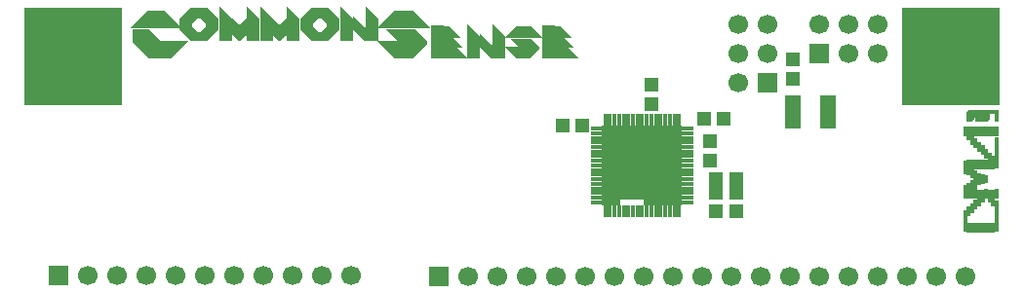
<source format=gbr>
G04 DipTrace 3.0.0.2*
G04 TopMask.gbr*
%MOIN*%
G04 #@! TF.FileFunction,Soldermask,Top*
G04 #@! TF.Part,Single*
%AMOUTLINE1*
4,1,13,
-0.072063,-0.129937,
-0.072063,-0.136717,
-0.136717,-0.136717,
-0.136717,0.136717,
0.136717,0.136717,
0.136717,-0.136717,
0.008063,-0.136717,
0.008063,-0.116262,
0.116262,-0.116262,
0.116262,0.116262,
-0.116262,0.116262,
-0.116262,-0.116262,
-0.072063,-0.116262,
-0.072063,-0.129937,
0*%
%AMOUTLINE4*
4,1,4,
0.088383,-0.029581,
-0.088383,-0.029581,
-0.029219,0.029581,
0.029219,0.029581,
0.088383,-0.029581,
0*%
%AMOUTLINE7*
4,1,7,
-0.092999,0.050391,
-0.039306,0.050391,
0.001788,0.009297,
0.098682,0.009297,
0.038994,-0.050391,
-0.038783,-0.050391,
-0.093118,0.003943,
-0.092999,0.050391,
0*%
%AMOUTLINE10*
4,1,17,
0.005574,-0.026962,
0.024441,-0.007908,
0.024441,0.000686,
0.004533,0.020656,
-0.065113,0.020576,
-0.030433,0.055436,
0.030078,0.055436,
0.066567,0.018946,
0.066796,-0.018514,
0.02965,-0.055436,
-0.029652,-0.055436,
-0.066786,-0.01845,
-0.066786,0.02125,
-0.003049,0.02116,
-0.023529,0.000681,
-0.023529,-0.007902,
-0.004531,-0.026963,
0.005574,-0.026962,
0*%
%AMOUTLINE13*
4,1,4,
-0.021664,0.061003,
0.021664,0.017675,
0.021664,-0.055436,
-0.021664,-0.055436,
-0.021664,0.061003,
0*%
%AMOUTLINE16*
4,1,12,
0.002509,0.061003,
0.045837,0.017675,
0.045837,-0.055436,
0.002509,-0.055436,
0.002509,-0.035027,
-0.017845,-0.055436,
-0.026779,-0.055436,
-0.045837,-0.036458,
-0.045837,0.019979,
-0.026819,0.000863,
-0.016073,0.000917,
0.002509,0.019498,
0.002509,0.061003,
0*%
%AMOUTLINE19*
4,1,12,
0.002509,0.061003,
0.045837,0.017675,
0.045837,-0.055436,
0.002509,-0.055436,
0.002509,-0.035027,
-0.017844,-0.055436,
-0.026779,-0.055436,
-0.045837,-0.036458,
-0.045837,0.019979,
-0.026819,0.000863,
-0.016072,0.000917,
0.002509,0.019498,
0.002509,0.061003,
0*%
%AMOUTLINE22*
4,1,17,
0.005575,-0.026962,
0.024441,-0.007908,
0.024441,0.000686,
0.004534,0.020656,
-0.065113,0.020576,
-0.030433,0.055436,
0.030078,0.055436,
0.066567,0.018946,
0.066796,-0.018514,
0.02965,-0.055436,
-0.029652,-0.055436,
-0.066786,-0.01845,
-0.066786,0.02125,
-0.003049,0.02116,
-0.023528,0.000682,
-0.023528,-0.007902,
-0.004531,-0.026963,
0.005575,-0.026962,
0*%
%AMOUTLINE25*
4,1,4,
-0.021664,0.06099,
0.021664,0.017749,
0.021664,-0.055436,
-0.021664,-0.055436,
-0.021664,0.06099,
0*%
%AMOUTLINE28*
4,1,8,
-0.042545,0.026796,
-0.002716,-0.012949,
-0.000854,-0.012949,
-0.000854,0.060977,
0.042545,0.017751,
0.042545,-0.055436,
-0.005697,-0.055436,
-0.042545,-0.018514,
-0.042545,0.026796,
0*%
%AMOUTLINE31*
4,1,4,
0.092337,-0.029581,
-0.092324,-0.029581,
-0.033161,0.029581,
0.033054,0.029581,
0.092337,-0.029581,
0*%
%AMOUTLINE34*
4,1,9,
0.083318,-0.001706,
0.034632,-0.050392,
-0.029277,-0.050392,
-0.088828,0.009402,
-0.020855,0.009402,
-0.02092,0.011895,
-0.058929,0.050273,
0.040106,0.050394,
0.083155,0.007013,
0.083318,-0.001706,
0*%
%AMOUTLINE37*
4,1,6,
-0.05908,0.055436,
-0.015752,0.055436,
-0.015752,-0.020446,
0.029584,-0.020446,
0.064665,-0.055436,
-0.05908,-0.055436,
-0.05908,0.055436,
0*%
%AMOUTLINE40*
4,1,4,
-0.031333,0.0176,
0.001481,0.0176,
0.036953,-0.0176,
-0.031333,-0.0176,
-0.031333,0.0176,
0*%
%AMOUTLINE43*
4,1,4,
-0.028075,0.021033,
-0.008496,0.021033,
0.033656,-0.021033,
-0.028075,-0.021033,
-0.028075,0.021033,
0*%
%AMOUTLINE45*
4,1,8,
-0.042545,0.026798,
-0.002715,-0.012949,
-0.000854,-0.012949,
-0.000854,0.060977,
0.042545,0.017751,
0.042545,-0.055436,
-0.005697,-0.055436,
-0.042545,-0.018514,
-0.042545,0.026798,
0*%
%AMOUTLINE47*
4,1,4,
0.064731,-0.021033,
-0.064718,-0.021033,
-0.02265,0.021033,
0.022579,0.021033,
0.064731,-0.021033,
0*%
%AMOUTLINE50*
4,1,8,
0.05687,-0.001668,
0.023632,-0.034907,
-0.020063,-0.034907,
-0.062378,0.00758,
-0.01545,0.00758,
-0.042433,0.034825,
0.027281,0.034909,
0.056733,0.005228,
0.05687,-0.001668,
0*%
%AMOUTLINE52*
4,1,6,
-0.05908,0.055436,
-0.015752,0.055436,
-0.015752,-0.020446,
0.029586,-0.020446,
0.064665,-0.055436,
-0.05908,-0.055436,
-0.05908,0.055436,
0*%
%AMOUTLINE54*
4,1,6,
0.015937,0.018937,
-0.015937,0.018937,
-0.015937,0.005063,
0.002063,0.005063,
0.002063,-0.018937,
0.015937,-0.018937,
0.015937,0.018937,
0*%
%AMOUTLINE57*
4,1,7,
0.012937,0.018937,
-0.000937,0.018937,
-0.012937,0.018937,
-0.012937,-0.018937,
0.004631,-0.018937,
0.012937,-0.010631,
0.012937,-0.003,
0.012937,0.018937,
0*%
%AMOUTLINE60*
4,1,8,
0.015937,0.018937,
-0.015937,0.018937,
-0.015937,-0.006937,
-0.009937,-0.006937,
-0.009937,-0.018937,
0.015937,-0.018937,
0.015937,-0.005063,
0.015937,0.006937,
0.015937,0.018937,
0*%
%AMOUTLINE63*
4,1,8,
0.012937,0.018937,
-0.004631,0.018937,
-0.012937,0.010631,
-0.012937,-0.006937,
-0.012937,-0.018937,
0.004631,-0.018937,
0.012937,-0.010631,
0.012937,0.006937,
0.012937,0.018937,
0*%
%ADD49R,0.013874X0.013874*%
%ADD51R,0.013874X0.025874*%
%ADD53R,0.013874X0.043874*%
%ADD55R,0.013874X0.049874*%
%ADD57R,0.013874X0.055874*%
%ADD59R,0.013874X0.073874*%
%ADD61R,0.013874X0.031874*%
%ADD63R,0.013874X0.109874*%
%ADD65R,0.332874X0.332874*%
%ADD67R,0.05315X0.114173*%
%ADD69R,0.051181X0.047244*%
%ADD71R,0.047244X0.051181*%
%ADD73R,0.23622X0.23622*%
%ADD75R,0.041339X0.015748*%
%ADD77R,0.015748X0.041339*%
%ADD79C,0.066929*%
%ADD81R,0.066929X0.066929*%
%ADD85OUTLINE1*%
%ADD88OUTLINE4*%
%ADD91OUTLINE7*%
%ADD94OUTLINE10*%
%ADD97OUTLINE13*%
%ADD100OUTLINE16*%
%ADD103OUTLINE19*%
%ADD106OUTLINE22*%
%ADD109OUTLINE25*%
%ADD112OUTLINE28*%
%ADD115OUTLINE31*%
%ADD118OUTLINE34*%
%ADD121OUTLINE37*%
%ADD124OUTLINE40*%
%ADD127OUTLINE43*%
%ADD129OUTLINE45*%
%ADD131OUTLINE47*%
%ADD134OUTLINE50*%
%ADD136OUTLINE52*%
%ADD138OUTLINE54*%
%ADD141OUTLINE57*%
%ADD144OUTLINE60*%
%ADD147OUTLINE63*%
%FSLAX26Y26*%
G04*
G70*
G90*
G75*
G01*
G04 TopMask*
%LPD*%
D81*
X538701Y443701D3*
D79*
X638701D3*
X738701D3*
X838701D3*
X938701D3*
X1038701D3*
X1138701D3*
X1238701D3*
X1338701D3*
X1438701D3*
X1538701D3*
D81*
X1838701Y441701D3*
D79*
X1938701D3*
X2038701D3*
X2138701D3*
X2238701D3*
X2338701D3*
X2438701D3*
X2538701D3*
X2638701D3*
X2738701D3*
X2838701D3*
X2938701D3*
X3038701D3*
X3138701D3*
X3238701D3*
X3338701D3*
X3438701D3*
X3538701D3*
X3638701D3*
D77*
X2407701Y665701D3*
X2423449D3*
X2439197D3*
X2454945D3*
X2470693D3*
X2486441D3*
X2502189D3*
X2517937D3*
X2533685D3*
X2549433D3*
X2565181D3*
X2580929D3*
X2596677D3*
X2612425D3*
X2628173D3*
X2643921D3*
X2659670D3*
D75*
X2689197Y695229D3*
Y710977D3*
Y726725D3*
Y742473D3*
Y758221D3*
Y773969D3*
Y789717D3*
Y805465D3*
Y821213D3*
Y836961D3*
Y852709D3*
Y868457D3*
Y884205D3*
Y899953D3*
Y915701D3*
Y931449D3*
Y947197D3*
D77*
X2659670Y976725D3*
X2643921D3*
X2628173D3*
X2612425D3*
X2596677D3*
X2580929D3*
X2565181D3*
X2549433D3*
X2533685D3*
X2517937D3*
X2502189D3*
X2486441D3*
X2470693D3*
X2454945D3*
X2439197D3*
X2423449D3*
X2407701D3*
D75*
X2378173Y947197D3*
Y931449D3*
Y915701D3*
Y899953D3*
Y884205D3*
Y868457D3*
Y852709D3*
Y836961D3*
Y821213D3*
Y805465D3*
Y789717D3*
Y773969D3*
Y758221D3*
Y742473D3*
Y726725D3*
Y710977D3*
Y695229D3*
D73*
X2533685Y821213D3*
D85*
D3*
D71*
X2565701Y1096701D3*
Y1029772D3*
X2764701Y905701D3*
Y838772D3*
D69*
X2854166Y726701D3*
X2787236D3*
X2854166Y772701D3*
X2787236D3*
X2260685Y958213D3*
X2327614D3*
X2745701Y980701D3*
X2812630D3*
D71*
X3048701Y1185701D3*
Y1118772D3*
D67*
X3049701Y1004701D3*
X3167811D3*
D81*
X3138701Y1203701D3*
D79*
Y1303701D3*
X3238701Y1203701D3*
Y1303701D3*
X3338701Y1203701D3*
Y1303701D3*
D81*
X2960701Y1105701D3*
D79*
X2860701D3*
X2960701Y1205701D3*
X2860701D3*
X2960701Y1305701D3*
X2860701D3*
D69*
X2787236Y664701D3*
X2854166D3*
D65*
X3588701Y1193701D3*
X588701D3*
D88*
X873701Y1319701D3*
D91*
X884210Y1237302D3*
D94*
X1019651Y1303253D3*
D97*
X1112700Y1303255D3*
D100*
X1178423D3*
D97*
X1250592D3*
D103*
X1316314D3*
D106*
X1433605Y1303253D3*
D109*
X1526655Y1303255D3*
D112*
X1589084D3*
D115*
X1717822Y1320109D3*
D118*
X1714353Y1237713D3*
D121*
X1873147Y1243066D3*
D124*
X1886952Y1239843D3*
D127*
X1883693Y1277469D3*
D109*
X1958769Y1243066D3*
D129*
X2021200D3*
D131*
X2128261Y1277469D3*
D134*
X2125949Y1222537D3*
D136*
X2252068Y1243066D3*
D124*
X2265873Y1239843D3*
D127*
X2262614Y1277469D3*
D63*
X3745701Y647701D3*
D61*
X3733701Y608701D3*
X3697701D3*
X3685701D3*
X3721701D3*
X3709701D3*
X3673701D3*
X3661701D3*
Y674701D3*
X3673701Y686701D3*
X3649701Y608701D3*
D59*
X3637701Y629701D3*
D61*
X3685701Y698701D3*
X3697701Y710701D3*
X3709701Y722701D3*
X3721701Y710701D3*
X3733701Y698701D3*
X3745701Y722701D3*
X3673701D3*
X3661701D3*
D57*
X3649701Y734701D3*
D55*
X3637701Y731701D3*
D61*
X3661701Y752701D3*
X3673701Y758701D3*
D53*
X3685701Y773701D3*
D61*
X3673701Y824701D3*
X3661701D3*
D55*
X3637701Y815701D3*
D57*
X3649701Y812701D3*
D61*
X3697701Y773701D3*
X3673701Y788701D3*
X3661701Y794701D3*
D51*
X3709701Y773701D3*
D61*
X3721701Y848701D3*
X3709701Y860701D3*
X3697701Y872701D3*
X3685701Y884701D3*
D63*
X3745701Y863701D3*
D61*
X3733701Y836701D3*
X3745701Y938701D3*
X3733701D3*
X3697701D3*
X3685701D3*
X3721701D3*
X3709701D3*
X3673701D3*
X3661701D3*
X3685701Y824701D3*
X3637701Y938701D3*
X3661701Y908701D3*
X3673701Y896701D3*
D55*
X3649701Y929701D3*
D61*
X3697701Y824701D3*
X3709701D3*
D51*
X3721701Y821701D3*
D49*
X3733701Y815701D3*
D61*
X3649701Y662701D3*
D49*
X3721701Y731701D3*
D51*
X3733701Y725701D3*
X3685701D3*
D49*
X3697701Y731701D3*
D138*
X3736701Y989701D3*
D141*
X3709701D3*
D144*
X3682701D3*
D147*
X3655701D3*
M02*

</source>
